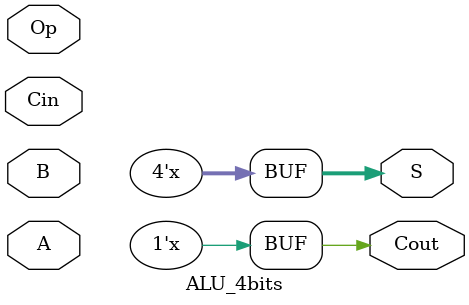
<source format=v>
module ALU(A,B,Op,S);

	input [15:0] A, B;
	input Op;
	output [15:0] S;
	
	reg Cin = 1'b0;
	wire w1,w2,w3,w4;
	
	ALU_4bits alu1(A[3:0],B[3:0],Op,S[3:0],Cin,w1);
	ALU_4bits alu2(A[7:4],B[7:4],Op,S[7:4],w1,w2);
	ALU_4bits alu3(A[11:8],B[11:8],Op,S[11:8],w2,w3);
	ALU_4bits alu4(A[15:12],B[15:12],Op,S[15:12],w3,w4);

endmodule

module ALU_4bits(A,B,Op,S,Cin,Cout);

	input [3:0] A, B;
	input Op, Cin;
	output reg [3:0] S;
	output reg Cout;
	
	reg [4:0] c;
	
	always @(A,B,Op,Cin)
	begin
		if(Op)
			c <= A+B+Cin;
		else
			c <= A-B-Cin;
		S <= c[3:0];
		Cout <= c[4];
	end

endmodule

</source>
